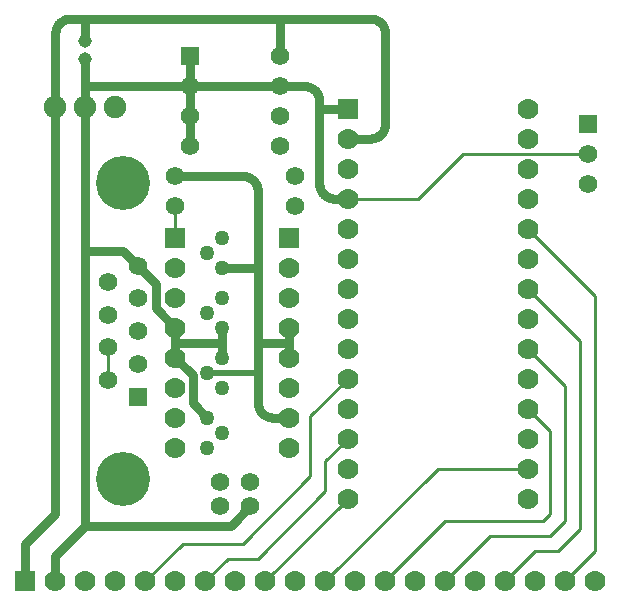
<source format=gbl>
*%FSLAX24Y24*%
*%MOIN*%
G01*
%ADD11C,0.0050*%
%ADD12C,0.0060*%
%ADD13C,0.0072*%
%ADD14C,0.0073*%
%ADD15C,0.0080*%
%ADD16C,0.0100*%
%ADD17C,0.0120*%
%ADD18C,0.0200*%
%ADD19C,0.0260*%
%ADD20C,0.0300*%
%ADD21C,0.0350*%
%ADD22C,0.0380*%
%ADD23C,0.0450*%
%ADD24C,0.0500*%
%ADD25C,0.0530*%
%ADD26C,0.0550*%
%ADD27C,0.0580*%
%ADD28C,0.0620*%
%ADD29C,0.0660*%
%ADD30C,0.0700*%
%ADD31C,0.0750*%
%ADD32C,0.0780*%
%ADD33C,0.0830*%
%ADD34C,0.0950*%
%ADD35C,0.1400*%
%ADD36C,0.1800*%
%ADD37C,0.1880*%
%ADD38R,0.0620X0.0620*%
%ADD39R,0.0700X0.0700*%
%ADD40R,0.0780X0.0780*%
G54D16*
X93080Y71320D02*
X94330Y72570D01*
X96330D01*
X98580Y74820D01*
X95830Y72070D02*
X95080Y71320D01*
X95830Y72070D02*
X96830D01*
X99080Y74320D01*
X94080Y82770D02*
Y83820D01*
X99830Y84070D02*
X102180D01*
X103680Y85570D01*
X107830D01*
X99830Y78070D02*
X98580Y76820D01*
X105830Y77070D02*
X106580Y76320D01*
X107080Y77820D02*
X105830Y79070D01*
X107580Y79320D02*
X105830Y81070D01*
Y83070D02*
X108080Y80820D01*
X99830Y76070D02*
X99080Y75320D01*
X107080Y71320D02*
X108080Y72320D01*
Y80820D01*
X107580Y79320D02*
Y73070D01*
X106830Y72320D01*
X106080D01*
X105080Y71320D01*
X107080Y73320D02*
Y77820D01*
Y73320D02*
X106580Y72820D01*
X104580D01*
X103080Y71320D01*
X106580Y73570D02*
Y76320D01*
Y73570D02*
X106330Y73320D01*
X103080D01*
X101080Y71320D01*
X99080D02*
X102830Y75070D01*
X105830D01*
X99830Y74070D02*
X97080Y71320D01*
X98580Y74820D02*
Y76820D01*
X99080Y75320D02*
Y74320D01*
X91830Y78020D02*
Y79110D01*
G54D18*
X95130Y78270D02*
X96830D01*
G54D20*
Y79270D01*
Y81770D02*
Y84320D01*
X96330Y84820D02*
X94080D01*
X97330Y76770D02*
X97880D01*
X96832Y77320D02*
Y78268D01*
X90080Y73570D02*
Y87120D01*
Y73570D02*
X89080Y72570D01*
Y71320D01*
X91080Y73170D02*
Y87120D01*
Y73170D02*
X95930D01*
X91080D02*
X90080Y72170D01*
Y71320D01*
X95930Y73170D02*
X96580Y73820D01*
X90080Y87120D02*
Y89570D01*
X90580Y90070D02*
X97580D01*
X100580D01*
X101080Y89570D02*
Y86570D01*
X100580Y86070D02*
X99830D01*
X98880Y87320D02*
Y84570D01*
X99380Y84070D02*
X99830D01*
X98380Y87820D02*
X97580D01*
Y88820D02*
Y90070D01*
X98880Y87070D02*
X99830D01*
X96830Y81770D02*
Y79270D01*
Y81770D02*
X95630D01*
X96830Y79270D02*
X97880D01*
Y78770D02*
Y79770D01*
X91080Y89320D02*
Y90070D01*
Y87820D02*
X94580D01*
Y88820D02*
Y85820D01*
Y87820D02*
X97580D01*
X91080Y87120D02*
Y88720D01*
Y82320D02*
X92340D01*
X94660Y78190D02*
Y77240D01*
X95130Y76770D01*
X94660Y78190D02*
X94080Y78770D01*
Y79770D01*
X95630D02*
Y78770D01*
Y79270D02*
X94080D01*
X93430Y81230D02*
X92830Y81830D01*
X93430Y81230D02*
Y80420D01*
X94080Y79770D01*
X92830Y81830D02*
X92340Y82320D01*
X96832Y77320D02*
X96830Y77285D01*
X96830Y77250D01*
X96833Y77216D01*
X96838Y77181D01*
X96845Y77147D01*
X96855Y77114D01*
X96867Y77081D01*
X96881Y77049D01*
X96898Y77019D01*
X96916Y76989D01*
X96937Y76961D01*
X96959Y76934D01*
X96984Y76910D01*
X97009Y76886D01*
X97037Y76865D01*
X97066Y76846D01*
X97096Y76828D01*
X97127Y76813D01*
X97159Y76800D01*
X97193Y76789D01*
X97226Y76781D01*
X97261Y76775D01*
X97295Y76771D01*
X97330Y76770D01*
X96830Y84320D02*
X96829Y84353D01*
X96826Y84385D01*
X96820Y84418D01*
X96813Y84449D01*
X96803Y84481D01*
X96792Y84511D01*
X96778Y84541D01*
X96763Y84570D01*
X96746Y84598D01*
X96727Y84624D01*
X96706Y84650D01*
X96684Y84674D01*
X96660Y84696D01*
X96634Y84717D01*
X96608Y84736D01*
X96580Y84753D01*
X96551Y84768D01*
X96521Y84782D01*
X96491Y84793D01*
X96459Y84803D01*
X96428Y84810D01*
X96395Y84816D01*
X96363Y84819D01*
X96330Y84820D01*
X90580Y90070D02*
X90547Y90069D01*
X90515Y90066D01*
X90482Y90060D01*
X90451Y90053D01*
X90419Y90043D01*
X90389Y90032D01*
X90359Y90018D01*
X90330Y90003D01*
X90302Y89986D01*
X90276Y89967D01*
X90250Y89946D01*
X90226Y89924D01*
X90204Y89900D01*
X90183Y89874D01*
X90164Y89848D01*
X90147Y89820D01*
X90132Y89791D01*
X90118Y89761D01*
X90107Y89731D01*
X90097Y89699D01*
X90090Y89668D01*
X90084Y89635D01*
X90081Y89603D01*
X90080Y89570D01*
X100580Y90070D02*
X100613Y90069D01*
X100645Y90066D01*
X100678Y90060D01*
X100709Y90053D01*
X100741Y90043D01*
X100771Y90032D01*
X100801Y90018D01*
X100830Y90003D01*
X100858Y89986D01*
X100884Y89967D01*
X100910Y89946D01*
X100934Y89924D01*
X100956Y89900D01*
X100977Y89874D01*
X100996Y89848D01*
X101013Y89820D01*
X101028Y89791D01*
X101042Y89761D01*
X101053Y89731D01*
X101063Y89699D01*
X101070Y89668D01*
X101076Y89635D01*
X101079Y89603D01*
X101080Y89570D01*
Y86570D02*
X101079Y86537D01*
X101076Y86505D01*
X101070Y86472D01*
X101063Y86441D01*
X101053Y86409D01*
X101042Y86379D01*
X101028Y86349D01*
X101013Y86320D01*
X100996Y86292D01*
X100977Y86266D01*
X100956Y86240D01*
X100934Y86216D01*
X100910Y86194D01*
X100884Y86173D01*
X100858Y86154D01*
X100830Y86137D01*
X100801Y86122D01*
X100771Y86108D01*
X100741Y86097D01*
X100709Y86087D01*
X100678Y86080D01*
X100645Y86074D01*
X100613Y86071D01*
X100580Y86070D01*
X98880Y84570D02*
X98881Y84537D01*
X98884Y84505D01*
X98890Y84472D01*
X98897Y84441D01*
X98907Y84409D01*
X98918Y84379D01*
X98932Y84349D01*
X98947Y84320D01*
X98964Y84292D01*
X98983Y84266D01*
X99004Y84240D01*
X99026Y84216D01*
X99050Y84194D01*
X99076Y84173D01*
X99102Y84154D01*
X99130Y84137D01*
X99159Y84122D01*
X99189Y84108D01*
X99219Y84097D01*
X99251Y84087D01*
X99282Y84080D01*
X99315Y84074D01*
X99347Y84071D01*
X99380Y84070D01*
X98880Y87320D02*
X98879Y87353D01*
X98876Y87385D01*
X98870Y87418D01*
X98863Y87449D01*
X98853Y87481D01*
X98842Y87511D01*
X98828Y87541D01*
X98813Y87570D01*
X98796Y87598D01*
X98777Y87624D01*
X98756Y87650D01*
X98734Y87674D01*
X98710Y87696D01*
X98684Y87717D01*
X98658Y87736D01*
X98630Y87753D01*
X98601Y87768D01*
X98571Y87782D01*
X98541Y87793D01*
X98509Y87803D01*
X98478Y87810D01*
X98445Y87816D01*
X98413Y87819D01*
X98380Y87820D01*
G54D23*
X91080Y89320D02*
D03*
Y88720D02*
D03*
G54D24*
X95630Y78770D02*
D03*
Y77770D02*
D03*
X95130Y78270D02*
D03*
Y75770D02*
D03*
Y76770D02*
D03*
X95630Y76270D02*
D03*
Y82770D02*
D03*
Y81770D02*
D03*
X95130Y82270D02*
D03*
X95630Y80770D02*
D03*
Y79770D02*
D03*
X95130Y80270D02*
D03*
G54D28*
X95580Y74620D02*
D03*
Y73820D02*
D03*
X96580Y74620D02*
D03*
Y73820D02*
D03*
X94080Y83820D02*
D03*
X98080D02*
D03*
X107830Y85570D02*
D03*
Y84570D02*
D03*
X91830Y81290D02*
D03*
Y80200D02*
D03*
Y79110D02*
D03*
Y78020D02*
D03*
X92830Y81830D02*
D03*
Y80740D02*
D03*
Y79650D02*
D03*
Y78560D02*
D03*
X98080Y84820D02*
D03*
X94080D02*
D03*
X94580Y87820D02*
D03*
Y86820D02*
D03*
Y85820D02*
D03*
X97580D02*
D03*
Y86820D02*
D03*
Y87820D02*
D03*
Y88820D02*
D03*
G54D30*
X90080Y71320D02*
D03*
X91080D02*
D03*
X92080D02*
D03*
X93080D02*
D03*
X94080D02*
D03*
X95080D02*
D03*
X96080D02*
D03*
X97080D02*
D03*
X98080D02*
D03*
X99080D02*
D03*
X100080D02*
D03*
X101080D02*
D03*
X102080D02*
D03*
X103080D02*
D03*
X104080D02*
D03*
X105080D02*
D03*
X106080D02*
D03*
X107080D02*
D03*
X108080D02*
D03*
X94080Y75770D02*
D03*
Y76770D02*
D03*
Y77770D02*
D03*
Y78770D02*
D03*
Y79770D02*
D03*
Y80770D02*
D03*
Y81770D02*
D03*
X97880Y75770D02*
D03*
Y76770D02*
D03*
Y77770D02*
D03*
Y78770D02*
D03*
Y79770D02*
D03*
Y80770D02*
D03*
Y81770D02*
D03*
X99830Y86070D02*
D03*
Y85070D02*
D03*
Y84070D02*
D03*
Y83070D02*
D03*
Y82070D02*
D03*
Y81070D02*
D03*
Y80070D02*
D03*
Y79070D02*
D03*
Y78070D02*
D03*
Y77070D02*
D03*
Y76070D02*
D03*
Y75070D02*
D03*
Y74070D02*
D03*
X105830D02*
D03*
Y75070D02*
D03*
Y76070D02*
D03*
Y77070D02*
D03*
Y78070D02*
D03*
Y79070D02*
D03*
Y80070D02*
D03*
Y81070D02*
D03*
Y82070D02*
D03*
Y83070D02*
D03*
Y84070D02*
D03*
Y85070D02*
D03*
Y86070D02*
D03*
Y87070D02*
D03*
G54D31*
X90080Y87120D02*
D03*
X91080D02*
D03*
X92080D02*
D03*
G54D36*
X92330Y84580D02*
D03*
Y74720D02*
D03*
G54D38*
X107830Y86570D02*
D03*
X92830Y77470D02*
D03*
X94580Y88820D02*
D03*
G54D39*
X89080Y71320D02*
D03*
X94080Y82770D02*
D03*
X97880D02*
D03*
X99830Y87070D02*
D03*
M02*

</source>
